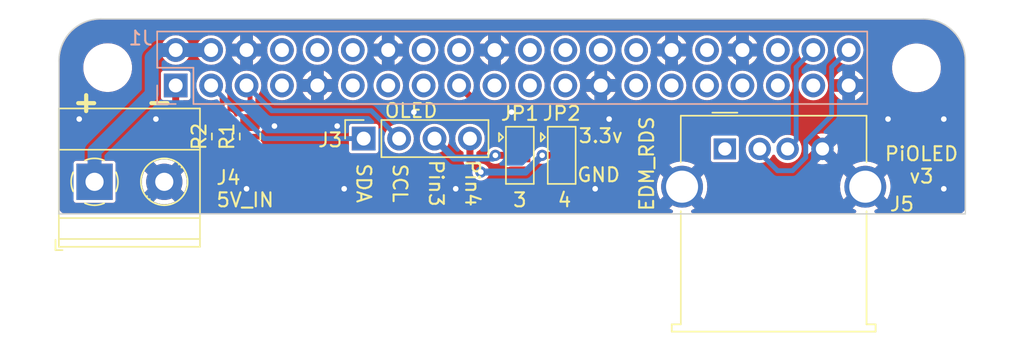
<source format=kicad_pcb>
(kicad_pcb (version 20221018) (generator pcbnew)
  (title_block (title "PiOLED") (date "2023-02-23") (rev "v3") (company "Scott Hanson"))
  (layers (0 "F.Cu" signal) (31 "B.Cu" signal) (34 "B.Paste" user) (35 "F.Paste" user) (36 "B.SilkS" user "B.Silkscreen") (37 "F.SilkS" user "F.Silkscreen") (38 "B.Mask" user) (39 "F.Mask" user) (44 "Edge.Cuts" user))
  (net 0 "")
  (net 1 "GND")
  (net 2 "+5V")
  (net 24 "I2C_SCL")
  (net 25 "I2C_SDA")
  (net 26 "+3V3")
  (net 27 "GPIO21")
  (net 28 "GPIO20")
  (net 32 "/PIN4")
  (net 33 "/PIN3")
  (net 34 "+3.3VP")
  (footprint "MountingHole:MountingHole_3mm" (layer "F.Cu") (at 82.04 64.31)
    (fp_text reference "H1")
    (fp_text value "3mm_Mounting_Hole")
    (pad "" np_thru_hole circle locked (at 0 0) (size 3 3) (drill 3) (layers "*.Cu" "*.Mask"))
  )
  (footprint "MountingHole:MountingHole_3mm" (layer "F.Cu") (at 140.04 64.33)
    (fp_text reference "H2")
    (fp_text value "3mm_Mounting_Hole")
    (pad "" np_thru_hole circle locked (at 0 0) (size 3 3) (drill 3) (layers "*.Cu" "*.Mask"))
  )
  (footprint "Connector_PinSocket_2.54mm:PinSocket_1x04_P2.54mm_Vertical" (layer "F.Cu") (at 100.4 69.4 90)
    (fp_text reference "J3" (at -0.1 -2.4 180) (layer "F.SilkS"))
    (fp_text value "OLED" (at 2 3.4 180) (layer "F.SilkS"))
    (fp_line (start -1.33 1.27) (end -1.33 8.95) (stroke (width 0.12)) (layer "F.SilkS"))
    (fp_line (start -1.33 1.27) (end 1.33 1.27) (stroke (width 0.12)) (layer "F.SilkS"))
    (fp_line (start -1.33 8.95) (end 1.33 8.95) (stroke (width 0.12)) (layer "F.SilkS"))
    (fp_line (start 0 -1.33) (end 1.33 -1.33) (stroke (width 0.12)) (layer "F.SilkS"))
    (fp_line (start 1.33 -1.33) (end 1.33 0) (stroke (width 0.12)) (layer "F.SilkS"))
    (fp_line (start 1.33 1.27) (end 1.33 8.95) (stroke (width 0.12)) (layer "F.SilkS"))
    (pad "1" thru_hole rect (at 0 0 90) (size 1.7 1.7) (drill 1) (layers "*.Cu" "*.Mask") (net 25 "I2C_SDA"))
    (pad "2" thru_hole oval (at 0 2.54 90) (size 1.7 1.7) (drill 1) (layers "*.Cu" "*.Mask") (net 24 "I2C_SCL"))
    (pad "3" thru_hole oval (at 0 5.08 90) (size 1.7 1.7) (drill 1) (layers "*.Cu" "*.Mask") (net 33 "/PIN3"))
    (pad "4" thru_hole oval (at 0 7.62 90) (size 1.7 1.7) (drill 1) (layers "*.Cu" "*.Mask") (net 32 "/PIN4"))
  )
  (footprint "TerminalBlock_Phoenix:TerminalBlock_Phoenix_MKDS-1,5-2_1x02_P5.00mm_Horizontal" (layer "F.Cu") (at 81.1 72.5)
    (fp_text reference "J4" (at 9.6 -0.3) (layer "F.SilkS"))
    (fp_text value "5V_IN" (at 10.8 1.3) (layer "F.SilkS"))
    (fp_line (start -2.8 4.16) (end -2.8 4.9) (stroke (width 0.12)) (layer "F.SilkS"))
    (fp_line (start -2.8 4.9) (end -2.3 4.9) (stroke (width 0.12)) (layer "F.SilkS"))
    (fp_line (start -2.56 -5.261) (end -2.56 4.66) (stroke (width 0.12)) (layer "F.SilkS"))
    (fp_line (start -2.56 -5.261) (end 7.56 -5.261) (stroke (width 0.12)) (layer "F.SilkS"))
    (fp_line (start -2.56 -2.301) (end 7.56 -2.301) (stroke (width 0.12)) (layer "F.SilkS"))
    (fp_line (start -2.56 2.6) (end 7.56 2.6) (stroke (width 0.12)) (layer "F.SilkS"))
    (fp_line (start -2.56 4.1) (end 7.56 4.1) (stroke (width 0.12)) (layer "F.SilkS"))
    (fp_line (start -2.56 4.66) (end 7.56 4.66) (stroke (width 0.12)) (layer "F.SilkS"))
    (fp_line (start 3.773 1.023) (end 3.726 1.069) (stroke (width 0.12)) (layer "F.SilkS"))
    (fp_line (start 3.966 1.239) (end 3.931 1.274) (stroke (width 0.12)) (layer "F.SilkS"))
    (fp_line (start 6.07 -1.275) (end 6.035 -1.239) (stroke (width 0.12)) (layer "F.SilkS"))
    (fp_line (start 6.275 -1.069) (end 6.228 -1.023) (stroke (width 0.12)) (layer "F.SilkS"))
    (fp_line (start 7.56 -5.261) (end 7.56 4.66) (stroke (width 0.12)) (layer "F.SilkS"))
    (fp_arc (start -1.535427 0.683042) (mid -1.680501 -0.000524) (end -1.535 -0.684) (stroke (width 0.12)) (layer "F.SilkS"))
    (fp_arc (start -0.683042 -1.535427) (mid 0.000524 -1.680501) (end 0.684 -1.535) (stroke (width 0.12)) (layer "F.SilkS"))
    (fp_arc (start 0.028805 1.680253) (mid -0.335551 1.646659) (end -0.684 1.535) (stroke (width 0.12)) (layer "F.SilkS"))
    (fp_arc (start 0.683318 1.534756) (mid 0.349292 1.643288) (end 0 1.68) (stroke (width 0.12)) (layer "F.SilkS"))
    (fp_arc (start 1.535427 -0.683042) (mid 1.680501 0.000524) (end 1.535 0.684) (stroke (width 0.12)) (layer "F.SilkS"))
    (fp_circle (center 5 0) (end 6.68 0) (stroke (width 0.12)) (fill none) (layer "F.SilkS"))
    (pad "1" thru_hole rect (at 0 0) (size 2.6 2.6) (drill 1.3) (layers "*.Cu" "*.Mask") (net 2 "+5V"))
    (pad "2" thru_hole circle (at 5 0) (size 2.6 2.6) (drill 1.3) (layers "*.Cu" "*.Mask") (net 1 "GND"))
  )
  (footprint "Jumper:SolderJumper-3_P1.3mm_Open_Pad1.0x1.5mm" (layer "F.Cu") (at 111.6 70.6 -90)
    (fp_text reference "JP1" (at -3 0 180) (layer "F.SilkS"))
    (fp_text value "PIN_3_JMP")
    (fp_line (start -2.05 -1) (end 2.05 -1) (stroke (width 0.12)) (layer "F.SilkS"))
    (fp_line (start -2.05 1) (end -2.05 -1) (stroke (width 0.12)) (layer "F.SilkS"))
    (fp_line (start -1.6 1.5) (end -1 1.5) (stroke (width 0.12)) (layer "F.SilkS"))
    (fp_line (start -1.3 1.2) (end -1.6 1.5) (stroke (width 0.12)) (layer "F.SilkS"))
    (fp_line (start -1.3 1.2) (end -1 1.5) (stroke (width 0.12)) (layer "F.SilkS"))
    (fp_line (start 2.05 -1) (end 2.05 1) (stroke (width 0.12)) (layer "F.SilkS"))
    (fp_line (start 2.05 1) (end -2.05 1) (stroke (width 0.12)) (layer "F.SilkS"))
    (pad "1" smd rect (at -1.3 0 270) (size 1 1.5) (layers "F.Cu" "F.Mask") (net 26 "+3V3"))
    (pad "2" smd rect (at 0 0 270) (size 1 1.5) (layers "F.Cu" "F.Mask") (net 33 "/PIN3"))
    (pad "3" smd rect (at 1.3 0 270) (size 1 1.5) (layers "F.Cu" "F.Mask") (net 1 "GND"))
  )
  (footprint "Jumper:SolderJumper-3_P1.3mm_Open_Pad1.0x1.5mm" (layer "F.Cu") (at 114.6 70.6 -90)
    (fp_text reference "JP2" (at -3 0 180) (layer "F.SilkS"))
    (fp_text value "PIN_4_JMP")
    (fp_line (start -2.05 -1) (end 2.05 -1) (stroke (width 0.12)) (layer "F.SilkS"))
    (fp_line (start -2.05 1) (end -2.05 -1) (stroke (width 0.12)) (layer "F.SilkS"))
    (fp_line (start -1.6 1.5) (end -1 1.5) (stroke (width 0.12)) (layer "F.SilkS"))
    (fp_line (start -1.3 1.2) (end -1.6 1.5) (stroke (width 0.12)) (layer "F.SilkS"))
    (fp_line (start -1.3 1.2) (end -1 1.5) (stroke (width 0.12)) (layer "F.SilkS"))
    (fp_line (start 2.05 -1) (end 2.05 1) (stroke (width 0.12)) (layer "F.SilkS"))
    (fp_line (start 2.05 1) (end -2.05 1) (stroke (width 0.12)) (layer "F.SilkS"))
    (pad "1" smd rect (at -1.3 0 270) (size 1 1.5) (layers "F.Cu" "F.Mask") (net 26 "+3V3"))
    (pad "2" smd rect (at 0 0 270) (size 1 1.5) (layers "F.Cu" "F.Mask") (net 32 "/PIN4"))
    (pad "3" smd rect (at 1.3 0 270) (size 1 1.5) (layers "F.Cu" "F.Mask") (net 1 "GND"))
  )
  (footprint "Resistor_SMD:R_0805_2012Metric_Pad1.20x1.40mm_HandSolder" (layer "F.Cu") (at 92.25 69.25 90)
    (fp_text reference "R1" (at 0 -1.65 90) (layer "F.SilkS"))
    (fp_text value "4.7K")
    (fp_line (start -0.227064 -0.735) (end 0.227064 -0.735) (stroke (width 0.12)) (layer "F.SilkS"))
    (fp_line (start -0.227064 0.735) (end 0.227064 0.735) (stroke (width 0.12)) (layer "F.SilkS"))
    (pad "1" smd roundrect (at -1 0 90) (size 1.2 1.4) (layers "F.Cu" "F.Paste" "F.Mask") (roundrect_rratio 0.2083333333) (net 34 "+3.3VP"))
    (pad "2" smd roundrect (at 1 0 90) (size 1.2 1.4) (layers "F.Cu" "F.Paste" "F.Mask") (roundrect_rratio 0.2083333333) (net 24 "I2C_SCL"))
  )
  (footprint "Resistor_SMD:R_0805_2012Metric_Pad1.20x1.40mm_HandSolder" (layer "F.Cu") (at 90.25 69.25 90)
    (fp_text reference "R2" (at 0 -1.65 90) (layer "F.SilkS"))
    (fp_text value "4.7K")
    (fp_line (start -0.227064 -0.735) (end 0.227064 -0.735) (stroke (width 0.12)) (layer "F.SilkS"))
    (fp_line (start -0.227064 0.735) (end 0.227064 0.735) (stroke (width 0.12)) (layer "F.SilkS"))
    (pad "1" smd roundrect (at -1 0 90) (size 1.2 1.4) (layers "F.Cu" "F.Paste" "F.Mask") (roundrect_rratio 0.2083333333) (net 34 "+3.3VP"))
    (pad "2" smd roundrect (at 1 0 90) (size 1.2 1.4) (layers "F.Cu" "F.Paste" "F.Mask") (roundrect_rratio 0.2083333333) (net 25 "I2C_SDA"))
  )
  (footprint "Connector_USB:USB_A_Molex_67643_Horizontal" (layer "F.Cu") (at 126.3 70.14)
    (fp_text reference "J5" (at 12.7 3.96) (layer "F.SilkS"))
    (fp_text value "EDM_RDS" (at -5.6 1.06 90) (layer "F.SilkS"))
    (fp_line (start -3.81 12.58) (end -3.81 13.1) (stroke (width 0.12)) (layer "F.SilkS"))
    (fp_line (start -3.81 13.1) (end 10.81 13.1) (stroke (width 0.12)) (layer "F.SilkS"))
    (fp_line (start -3.16 -2.38) (end -3.16 0.95) (stroke (width 0.12)) (layer "F.SilkS"))
    (fp_line (start -3.16 -2.38) (end 10.16 -2.38) (stroke (width 0.12)) (layer "F.SilkS"))
    (fp_line (start -3.16 12.58) (end -3.81 12.58) (stroke (width 0.12)) (layer "F.SilkS"))
    (fp_line (start -3.16 12.58) (end -3.16 4.47) (stroke (width 0.12)) (layer "F.SilkS"))
    (fp_line (start -0.9 -2.6) (end 0.9 -2.6) (stroke (width 0.12)) (layer "F.SilkS"))
    (fp_line (start 10.16 -2.38) (end 10.16 0.95) (stroke (width 0.12)) (layer "F.SilkS"))
    (fp_line (start 10.16 4.47) (end 10.16 12.58) (stroke (width 0.12)) (layer "F.SilkS"))
    (fp_line (start 10.81 12.58) (end 10.16 12.58) (stroke (width 0.12)) (layer "F.SilkS"))
    (fp_line (start 10.81 13.1) (end 10.81 12.58) (stroke (width 0.12)) (layer "F.SilkS"))
    (pad "1" thru_hole rect (at 0 0) (size 1.6 1.5) (drill 0.95) (layers "*.Cu" "*.Mask"))
    (pad "2" thru_hole circle (at 2.5 0) (size 1.6 1.6) (drill 0.95) (layers "*.Cu" "*.Mask") (net 27 "GPIO21"))
    (pad "3" thru_hole circle (at 4.5 0) (size 1.6 1.6) (drill 0.95) (layers "*.Cu" "*.Mask") (net 28 "GPIO20"))
    (pad "4" thru_hole circle (at 7 0) (size 1.6 1.6) (drill 0.95) (layers "*.Cu" "*.Mask") (net 1 "GND"))
    (pad "5" thru_hole circle (at -3.07 2.71) (size 3 3) (drill 2.3) (layers "*.Cu" "*.Mask") (net 1 "GND"))
    (pad "5" thru_hole circle (at 10.07 2.71) (size 3 3) (drill 2.3) (layers "*.Cu" "*.Mask") (net 1 "GND"))
  )
  (footprint "Connector_PinSocket_2.54mm:PinSocket_2x20_P2.54mm_Vertical" (layer "B.Cu") (at 86.92 65.59 -90)
    (fp_text reference "J1" (at -3.39 2.52) (layer "B.SilkS") (effects (justify mirror)))
    (fp_text value "Raspberry_Pi_2_3")
    (fp_line (start -3.87 -49.59) (end 1.33 -49.59) (stroke (width 0.12)) (layer "B.SilkS"))
    (fp_line (start -3.87 1.33) (end -3.87 -49.59) (stroke (width 0.12)) (layer "B.SilkS"))
    (fp_line (start -3.87 1.33) (end -1.27 1.33) (stroke (width 0.12)) (layer "B.SilkS"))
    (fp_line (start -1.27 -1.27) (end 1.33 -1.27) (stroke (width 0.12)) (layer "B.SilkS"))
    (fp_line (start -1.27 1.33) (end -1.27 -1.27) (stroke (width 0.12)) (layer "B.SilkS"))
    (fp_line (start 0 1.33) (end 1.33 1.33) (stroke (width 0.12)) (layer "B.SilkS"))
    (fp_line (start 1.33 -1.27) (end 1.33 -49.59) (stroke (width 0.12)) (layer "B.SilkS"))
    (fp_line (start 1.33 1.33) (end 1.33 0) (stroke (width 0.12)) (layer "B.SilkS"))
    (pad "1" thru_hole rect locked (at 0 0 270) (size 1.7 1.7) (drill 1) (layers "*.Cu" "*.Mask") (net 34 "+3.3VP"))
    (pad "2" thru_hole oval locked (at -2.54 0 270) (size 1.7 1.7) (drill 1) (layers "*.Cu" "*.Mask") (net 2 "+5V"))
    (pad "3" thru_hole oval locked (at 0 -2.54 270) (size 1.7 1.7) (drill 1) (layers "*.Cu" "*.Mask") (net 25 "I2C_SDA"))
    (pad "4" thru_hole oval locked (at -2.54 -2.54 270) (size 1.7 1.7) (drill 1) (layers "*.Cu" "*.Mask") (net 2 "+5V"))
    (pad "5" thru_hole oval locked (at 0 -5.08 270) (size 1.7 1.7) (drill 1) (layers "*.Cu" "*.Mask") (net 24 "I2C_SCL"))
    (pad "6" thru_hole oval locked (at -2.54 -5.08 270) (size 1.7 1.7) (drill 1) (layers "*.Cu" "*.Mask") (net 1 "GND"))
    (pad "7" thru_hole oval locked (at 0 -7.62 270) (size 1.7 1.7) (drill 1) (layers "*.Cu" "*.Mask"))
    (pad "8" thru_hole oval locked (at -2.54 -7.62 270) (size 1.7 1.7) (drill 1) (layers "*.Cu" "*.Mask"))
    (pad "9" thru_hole oval locked (at 0 -10.16 270) (size 1.7 1.7) (drill 1) (layers "*.Cu" "*.Mask") (net 1 "GND"))
    (pad "10" thru_hole oval locked (at -2.54 -10.16 270) (size 1.7 1.7) (drill 1) (layers "*.Cu" "*.Mask"))
    (pad "11" thru_hole oval locked (at 0 -12.7 270) (size 1.7 1.7) (drill 1) (layers "*.Cu" "*.Mask"))
    (pad "12" thru_hole oval locked (at -2.54 -12.7 270) (size 1.7 1.7) (drill 1) (layers "*.Cu" "*.Mask"))
    (pad "13" thru_hole oval locked (at 0 -15.24 270) (size 1.7 1.7) (drill 1) (layers "*.Cu" "*.Mask"))
    (pad "14" thru_hole oval locked (at -2.54 -15.24 270) (size 1.7 1.7) (drill 1) (layers "*.Cu" "*.Mask") (net 1 "GND"))
    (pad "15" thru_hole oval locked (at 0 -17.78 270) (size 1.7 1.7) (drill 1) (layers "*.Cu" "*.Mask"))
    (pad "16" thru_hole oval locked (at -2.54 -17.78 270) (size 1.7 1.7) (drill 1) (layers "*.Cu" "*.Mask"))
    (pad "17" thru_hole oval locked (at 0 -20.32 270) (size 1.7 1.7) (drill 1) (layers "*.Cu" "*.Mask") (net 26 "+3V3"))
    (pad "18" thru_hole oval locked (at -2.54 -20.32 270) (size 1.7 1.7) (drill 1) (layers "*.Cu" "*.Mask"))
    (pad "19" thru_hole oval locked (at 0 -22.86 270) (size 1.7 1.7) (drill 1) (layers "*.Cu" "*.Mask"))
    (pad "20" thru_hole oval locked (at -2.54 -22.86 270) (size 1.7 1.7) (drill 1) (layers "*.Cu" "*.Mask") (net 1 "GND"))
    (pad "21" thru_hole oval locked (at 0 -25.4 270) (size 1.7 1.7) (drill 1) (layers "*.Cu" "*.Mask"))
    (pad "22" thru_hole oval locked (at -2.54 -25.4 270) (size 1.7 1.7) (drill 1) (layers "*.Cu" "*.Mask"))
    (pad "23" thru_hole oval locked (at 0 -27.94 270) (size 1.7 1.7) (drill 1) (layers "*.Cu" "*.Mask"))
    (pad "24" thru_hole oval locked (at -2.54 -27.94 270) (size 1.7 1.7) (drill 1) (layers "*.Cu" "*.Mask"))
    (pad "25" thru_hole oval locked (at 0 -30.48 270) (size 1.7 1.7) (drill 1) (layers "*.Cu" "*.Mask") (net 1 "GND"))
    (pad "26" thru_hole oval locked (at -2.54 -30.48 270) (size 1.7 1.7) (drill 1) (layers "*.Cu" "*.Mask"))
    (pad "27" thru_hole oval locked (at 0 -33.02 270) (size 1.7 1.7) (drill 1) (layers "*.Cu" "*.Mask"))
    (pad "28" thru_hole oval locked (at -2.54 -33.02 270) (size 1.7 1.7) (drill 1) (layers "*.Cu" "*.Mask"))
    (pad "29" thru_hole oval locked (at 0 -35.56 270) (size 1.7 1.7) (drill 1) (layers "*.Cu" "*.Mask"))
    (pad "30" thru_hole oval locked (at -2.54 -35.56 270) (size 1.7 1.7) (drill 1) (layers "*.Cu" "*.Mask") (net 1 "GND"))
    (pad "31" thru_hole oval locked (at 0 -38.1 270) (size 1.7 1.7) (drill 1) (layers "*.Cu" "*.Mask"))
    (pad "32" thru_hole oval locked (at -2.54 -38.1 270) (size 1.7 1.7) (drill 1) (layers "*.Cu" "*.Mask"))
    (pad "33" thru_hole oval locked (at 0 -40.64 270) (size 1.7 1.7) (drill 1) (layers "*.Cu" "*.Mask"))
    (pad "34" thru_hole oval locked (at -2.54 -40.64 270) (size 1.7 1.7) (drill 1) (layers "*.Cu" "*.Mask") (net 1 "GND"))
    (pad "35" thru_hole oval locked (at 0 -43.18 270) (size 1.7 1.7) (drill 1) (layers "*.Cu" "*.Mask"))
    (pad "36" thru_hole oval locked (at -2.54 -43.18 270) (size 1.7 1.7) (drill 1) (layers "*.Cu" "*.Mask"))
    (pad "37" thru_hole oval locked (at 0 -45.72 270) (size 1.7 1.7) (drill 1) (layers "*.Cu" "*.Mask"))
    (pad "38" thru_hole oval locked (at -2.54 -45.72 270) (size 1.7 1.7) (drill 1) (layers "*.Cu" "*.Mask") (net 28 "GPIO20"))
    (pad "39" thru_hole oval locked (at 0 -48.26 270) (size 1.7 1.7) (drill 1) (layers "*.Cu" "*.Mask") (net 1 "GND"))
    (pad "40" thru_hole oval locked (at -2.54 -48.26 270) (size 1.7 1.7) (drill 1) (layers "*.Cu" "*.Mask") (net 27 "GPIO21"))
  )
  (gr_arc (start 140.546356 60.817611) (mid 142.667676 61.696291) (end 143.546356 63.817611) (stroke (width 0.1)) (layer "Edge.Cuts"))
  (gr_line (start 78.546356 74.8) (end 143.546351 74.8) (stroke (width 0.1)) (layer "Edge.Cuts"))
  (gr_arc (start 78.546356 63.817611) (mid 79.425036 61.696291) (end 81.546356 60.817611) (stroke (width 0.1)) (layer "Edge.Cuts"))
  (gr_line (start 140.546356 60.817611) (end 81.546356 60.817611) (stroke (width 0.1)) (layer "Edge.Cuts"))
  (gr_line (start 143.546351 74.8) (end 143.546356 63.817611) (stroke (width 0.1)) (layer "Edge.Cuts"))
  (gr_line (start 78.546356 63.817611) (end 78.546356 74.8) (stroke (width 0.1)) (layer "Edge.Cuts"))
  (gr_text "Pin3" (at 105.6 72.6 270) (layer "F.SilkS") (effects (font (size 1 1))))
  (gr_text "Pin4" (at 108.2 72.6 270) (layer "F.SilkS") (effects (font (size 1 1))))
  (gr_text "3.3v" (at 117.4 69.2) (layer "F.SilkS") (effects (font (size 1 1))))
  (gr_text "4" (at 114.8 73.8) (layer "F.SilkS") (effects (font (size 1 1))))
  (gr_text "SCL" (at 103 72.6 270) (layer "F.SilkS") (effects (font (size 1 1))))
  (gr_text "SDA" (at 100.4 72.6 270) (layer "F.SilkS") (effects (font (size 1 1))))
  (gr_text "GND" (at 117.25 72) (layer "F.SilkS") (effects (font (size 1 1))))
  (gr_text "${TITLE}\n${REVISION}\n" (at 140.4 71.3) (layer "F.SilkS") (effects (font (size 1 1))))
  (gr_text "+" (at 80.5 66.75) (layer "F.SilkS") (effects (font (size 1.5 1.5) (thickness 0.3)) (justify mirror)))
  (gr_text "-" (at 85.75 66.75) (layer "F.SilkS") (effects (font (size 1.5 1.5) (thickness 0.3)) (justify mirror)))
  (gr_text "3" (at 111.6 73.8) (layer "F.SilkS") (effects (font (size 1 1))))
  (via (at 94 68.5) (size 0.8) (drill 0.4) (layers "F.Cu" "B.Cu") (net 1))
  (via (at 111 67.5) (size 0.8) (drill 0.4) (layers "F.Cu" "B.Cu") (net 1))
  (via (at 117 73) (size 0.8) (drill 0.4) (layers "F.Cu" "B.Cu") (net 1))
  (via (at 142 68) (size 0.8) (drill 0.4) (layers "F.Cu" "B.Cu") (net 1))
  (via (at 92 73) (size 0.8) (drill 0.4) (layers "F.Cu" "B.Cu") (net 1))
  (via (at 104 67.5) (size 0.8) (drill 0.4) (layers "F.Cu" "B.Cu") (net 1))
  (via (at 118 68) (size 0.8) (drill 0.4) (layers "F.Cu" "B.Cu") (net 1))
  (via (at 107 73) (size 0.8) (drill 0.4) (layers "F.Cu" "B.Cu") (net 1))
  (via (at 80 68) (size 0.8) (drill 0.4) (layers "F.Cu" "B.Cu") (net 1))
  (via (at 99 73) (size 0.8) (drill 0.4) (layers "F.Cu" "B.Cu") (net 1))
  (via (at 138 68) (size 0.8) (drill 0.4) (layers "F.Cu" "B.Cu") (net 1))
  (via (at 98.5 68.5) (size 0.8) (drill 0.4) (layers "F.Cu" "B.Cu") (net 1))
  (via (at 85.5 68) (size 0.8) (drill 0.4) (layers "F.Cu" "B.Cu") (net 1))
  (via (at 142 73) (size 0.8) (drill 0.4) (layers "F.Cu" "B.Cu") (net 1))
  (segment (start 85.2 66.2) (end 81.1 70.3) (width 1) (layer "B.Cu") (net 2))
  (segment (start 86.92 63.05) (end 89.46 63.05) (width 1) (layer "B.Cu") (net 2))
  (segment (start 85.2 63.6) (end 85.2 66.2) (width 1) (layer "B.Cu") (net 2))
  (segment (start 81.1 70.3) (end 81.1 72.5) (width 1) (layer "B.Cu") (net 2))
  (segment (start 86.92 63.05) (end 85.75 63.05) (width 1) (layer "B.Cu") (net 2))
  (segment (start 85.75 63.05) (end 85.2 63.6) (width 1) (layer "B.Cu") (net 2))
  (segment (start 92.25 68.225) (end 92.25 65.84) (width 0.35) (layer "F.Cu") (net 24))
  (segment (start 92.25 65.84) (end 92 65.59) (width 0.35) (layer "F.Cu") (net 24))
  (segment (start 93.81 67.4) (end 100.94 67.4) (width 0.35) (layer "B.Cu") (net 24))
  (segment (start 92 66.06) (end 92 65.59) (width 0.35) (layer "B.Cu") (net 24))
  (segment (start 100.94 67.4) (end 102.94 69.4) (width 0.35) (layer "B.Cu") (net 24))
  (segment (start 92 65.59) (end 93.81 67.4) (width 0.35) (layer "B.Cu") (net 24))
  (segment (start 90.25 68.225) (end 90.25 66.38) (width 0.35) (layer "F.Cu") (net 25))
  (segment (start 90.25 66.38) (end 89.46 65.59) (width 0.35) (layer "F.Cu") (net 25))
  (segment (start 93.27 69.4) (end 89.46 65.59) (width 0.35) (layer "B.Cu") (net 25))
  (segment (start 93.27 69.4) (end 100.4 69.4) (width 0.35) (layer "B.Cu") (net 25))
  (segment (start 114.6 69.3) (end 111.6 69.3) (width 0.5) (layer "F.Cu") (net 26))
  (segment (start 111.6 69.3) (end 110.95 69.3) (width 0.5) (layer "F.Cu") (net 26))
  (segment (start 107.24 65.59) (end 109.75 68.1) (width 0.5) (layer "F.Cu") (net 26))
  (segment (start 110.95 69.3) (end 109.75 68.1) (width 0.5) (layer "F.Cu") (net 26))
  (segment (start 133.955 67.745) (end 132.1 69.6) (width 0.35) (layer "B.Cu") (net 27))
  (segment (start 133.955 64.275) (end 133.955 67.745) (width 0.35) (layer "B.Cu") (net 27))
  (segment (start 130.08 71.7) (end 128.8 70.42) (width 0.35) (layer "B.Cu") (net 27))
  (segment (start 128.8 70.42) (end 128.8 70.14) (width 0.35) (layer "B.Cu") (net 27))
  (segment (start 131.150851 71.7) (end 130.08 71.7) (width 0.35) (layer "B.Cu") (net 27))
  (segment (start 132.1 70.750851) (end 131.150851 71.7) (width 0.35) (layer "B.Cu") (net 27))
  (segment (start 132.1 69.6) (end 132.1 70.750851) (width 0.35) (layer "B.Cu") (net 27))
  (segment (start 135.18 63.05) (end 133.955 64.275) (width 0.35) (layer "B.Cu") (net 27))
  (segment (start 132.64 63.05) (end 131.415 64.275) (width 0.35) (layer "B.Cu") (net 28))
  (segment (start 131.415 64.275) (end 131.415 69.525) (width 0.35) (layer "B.Cu") (net 28))
  (segment (start 131.415 69.525) (end 130.8 70.14) (width 0.35) (layer "B.Cu") (net 28))
  (segment (start 114.6 70.6) (end 113.2 70.6) (width 0.5) (layer "F.Cu") (net 32))
  (segment (start 108.02 71.02) (end 108.8 71.8) (width 0.5) (layer "F.Cu") (net 32))
  (segment (start 108.02 69.4) (end 108.02 71.02) (width 0.5) (layer "F.Cu") (net 32))
  (via (at 113.2 70.6) (size 0.8) (drill 0.4) (layers "F.Cu" "B.Cu") (net 32))
  (via (at 108.8 71.8) (size 0.8) (drill 0.4) (layers "F.Cu" "B.Cu") (net 32))
  (segment (start 113.2 70.6) (end 112 71.8) (width 0.5) (layer "B.Cu") (net 32))
  (segment (start 112 71.8) (end 108.8 71.8) (width 0.5) (layer "B.Cu") (net 32))
  (segment (start 111.6 70.6) (end 109.843691 70.6) (width 0.5) (layer "F.Cu") (net 33))
  (via (at 109.843691 70.6) (size 0.8) (drill 0.4) (layers "F.Cu" "B.Cu") (net 33))
  (segment (start 106.88 70.8) (end 109.643691 70.8) (width 0.5) (layer "B.Cu") (net 33))
  (segment (start 105.48 69.4) (end 106.88 70.8) (width 0.5) (layer "B.Cu") (net 33))
  (segment (start 109.643691 70.8) (end 109.843691 70.6) (width 0.5) (layer "B.Cu") (net 33))
  (segment (start 90.25 70.275) (end 88.775 70.275) (width 0.5) (layer "F.Cu") (net 34))
  (segment (start 92.25 70.275) (end 90.25 70.275) (width 0.5) (layer "F.Cu") (net 34))
  (segment (start 86.92 68.42) (end 86.92 65.59) (width 0.5) (layer "F.Cu") (net 34))
  (segment (start 88.775 70.275) (end 86.92 68.42) (width 0.5) (layer "F.Cu") (net 34))
  (zone (net 1) (net_name "GND") (layer "F.Cu") (connect_pads (clearance 0.208)) (min_thickness 0.254) (fill yes (thermal_gap 0.308) (thermal_bridge_width 0.908) (smoothing fillet) (radius 0.5))
    (polygon (pts (xy 144 75.8) (xy 75.2 75.8) (xy 75.25 59.75) (xy 144 59.75)))
  )
  (zone (net 1) (net_name "GND") (layer "B.Cu") (connect_pads (clearance 0.208)) (min_thickness 0.254) (fill yes (thermal_gap 0.308) (thermal_bridge_width 0.908) (smoothing fillet) (radius 0.5))
    (polygon (pts (xy 144 75.8) (xy 75.2 75.8) (xy 75.25 59.75) (xy 144 59.75)))
  )
)
</source>
